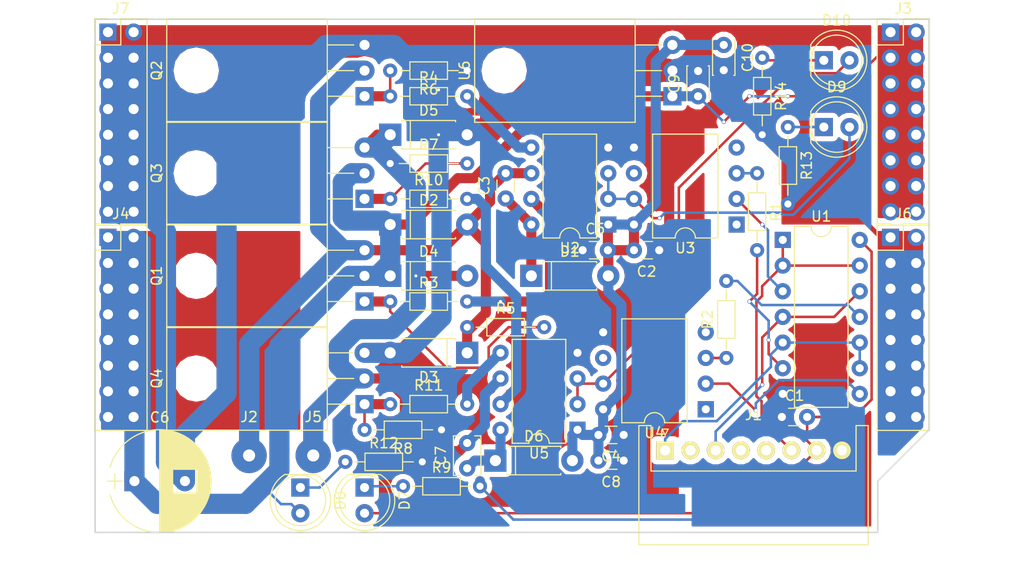
<source format=kicad_pcb>
(kicad_pcb (version 4) (host pcbnew 4.0.7)
  (layers (0 F.Cu signal) (31 B.Cu signal) (34 B.Paste user) (35 F.Paste user) (36 B.SilkS user) (37 F.SilkS user) (38 B.Mask user) (39 F.Mask user) (44 Edge.Cuts user))
  (net 0 "")
  (net 1 GND)
  (net 2 +5V)
  (net 3 GNDPWR)
  (net 4 +12V)
  (net 5 "Net-(C3-Pad1)")
  (net 6 "Net-(C3-Pad2)")
  (net 7 "Net-(C7-Pad1)")
  (net 8 "Net-(C7-Pad2)")
  (net 9 "Net-(D7-Pad1)")
  (net 10 "Net-(D8-Pad1)")
  (net 11 "Net-(D9-Pad1)")
  (net 12 OUTA)
  (net 13 "Net-(D10-Pad1)")
  (net 14 OUTB)
  (net 15 INA)
  (net 16 "Net-(J1-Pad2)")
  (net 17 PWM)
  (net 18 "Net-(J1-Pad4)")
  (net 19 "Net-(J1-Pad5)")
  (net 20 INB)
  (net 21 "Net-(Q1-Pad1)")
  (net 22 "Net-(Q2-Pad1)")
  (net 23 "Net-(Q3-Pad1)")
  (net 24 "Net-(Q4-Pad1)")
  (net 25 "Net-(R1-Pad1)")
  (net 26 "Net-(R1-Pad2)")
  (net 27 "Net-(R2-Pad1)")
  (net 28 "Net-(R2-Pad2)")
  (net 29 "Net-(R3-Pad2)")
  (net 30 "Net-(R4-Pad2)")
  (net 31 "Net-(R10-Pad2)")
  (net 32 "Net-(R11-Pad2)")
  (net 33 "Net-(U1-Pad8)")
  (net 34 "Net-(U1-Pad3)")
  (net 35 +24V)
  (module Housings_DIP:DIP-8_W7.62mm (layer F.Cu) (at 111.252 116.84 180)
    (fp_text reference U5 (at 3.81 -2.33 180) (layer F.SilkS))
    (fp_text value IRS2108)
    (pad 1 thru_hole rect (at 0 0 180) (size 1.6 1.6) (drill 0.8) (layers *.Cu *.Mask) (net 4 +12V))
    (pad 5 thru_hole oval (at 7.62 7.62 180) (size 1.6 1.6) (drill 0.8) (layers *.Cu *.Mask) (net 32 "Net-(R11-Pad2)"))
    (pad 2 thru_hole oval (at 0 2.54 180) (size 1.6 1.6) (drill 0.8) (layers *.Cu *.Mask) (net 14 OUTB))
    (pad 6 thru_hole oval (at 7.62 5.08 180) (size 1.6 1.6) (drill 0.8) (layers *.Cu *.Mask) (net 8 "Net-(C7-Pad2)"))
    (pad 3 thru_hole oval (at 0 5.08 180) (size 1.6 1.6) (drill 0.8) (layers *.Cu *.Mask) (net 14 OUTB))
    (pad 7 thru_hole oval (at 7.62 2.54 180) (size 1.6 1.6) (drill 0.8) (layers *.Cu *.Mask) (net 31 "Net-(R10-Pad2)"))
    (pad 4 thru_hole oval (at 0 7.62 180) (size 1.6 1.6) (drill 0.8) (layers *.Cu *.Mask) (net 3 GNDPWR))
    (pad 8 thru_hole oval (at 7.62 0 180) (size 1.6 1.6) (drill 0.8) (layers *.Cu *.Mask) (net 7 "Net-(C7-Pad1)"))
  )
  (module Capacitors_THT:CP_Radial_D10.0mm_P5.00mm (layer F.Cu) (at 67.39 121.92)
    (fp_text reference C6 (at 2.5 -6.31) (layer F.SilkS))
    (fp_text value PowerCP)
    (pad 1 thru_hole rect (at 0 0) (size 2 2) (drill 1) (layers *.Cu *.Mask) (net 35 +24V))
    (pad 2 thru_hole circle (at 5 0) (size 2 2) (drill 1) (layers *.Cu *.Mask) (net 3 GNDPWR))
  )
  (module TO_SOT_Packages_THT:TO-220-3_Horizontal (layer F.Cu) (at 90.17 83.82 90)
    (fp_text reference Q2 (at 2.54 -20.58 90) (layer F.SilkS))
    (fp_text value FET_A_DOWN)
    (pad 0 np_thru_hole oval (at 2.54 -16.66 90) (size 3.5 3.5) (drill 3.5) (layers *.Cu *.Mask))
    (pad 1 thru_hole rect (at 0 0 90) (size 1.8 1.8) (drill 1) (layers *.Cu *.Mask) (net 22 "Net-(Q2-Pad1)"))
    (pad 2 thru_hole oval (at 2.54 0 90) (size 1.8 1.8) (drill 1) (layers *.Cu *.Mask) (net 6 "Net-(C3-Pad2)"))
    (pad 3 thru_hole oval (at 5.08 0 90) (size 1.8 1.8) (drill 1) (layers *.Cu *.Mask) (net 3 GNDPWR))
  )
  (module Capacitors_THT:C_Disc_D3.0mm_W1.6mm_P2.50mm (layer F.Cu) (at 131.485 115.57)
    (fp_text reference C1 (at 1.25 -2.11) (layer F.SilkS))
    (fp_text value passC)
    (pad 1 thru_hole circle (at 0 0) (size 1.6 1.6) (drill 0.8) (layers *.Cu *.Mask) (net 1 GND))
    (pad 2 thru_hole circle (at 2.5 0) (size 1.6 1.6) (drill 0.8) (layers *.Cu *.Mask) (net 2 +5V))
  )
  (module Capacitors_THT:C_Disc_D3.0mm_W1.6mm_P2.50mm (layer F.Cu) (at 119.34 99.06 180)
    (fp_text reference C2 (at 1.25 -2.11 180) (layer F.SilkS))
    (fp_text value passC)
    (pad 1 thru_hole circle (at 0 0 180) (size 1.6 1.6) (drill 0.8) (layers *.Cu *.Mask) (net 3 GNDPWR))
    (pad 2 thru_hole circle (at 2.5 0 180) (size 1.6 1.6) (drill 0.8) (layers *.Cu *.Mask) (net 4 +12V))
  )
  (module Capacitors_THT:C_Disc_D3.0mm_W1.6mm_P2.50mm (layer F.Cu) (at 104.14 93.94 90)
    (fp_text reference C3 (at 1.25 -2.11 90) (layer F.SilkS))
    (fp_text value bootC)
    (pad 1 thru_hole circle (at 0 0 90) (size 1.6 1.6) (drill 0.8) (layers *.Cu *.Mask) (net 5 "Net-(C3-Pad1)"))
    (pad 2 thru_hole circle (at 2.5 0 90) (size 1.6 1.6) (drill 0.8) (layers *.Cu *.Mask) (net 6 "Net-(C3-Pad2)"))
  )
  (module Capacitors_THT:C_Disc_D3.0mm_W1.6mm_P2.50mm (layer F.Cu) (at 115.824 117.348 180)
    (fp_text reference C4 (at 1.25 -2.11 180) (layer F.SilkS))
    (fp_text value passC)
    (pad 1 thru_hole circle (at 0 0 180) (size 1.6 1.6) (drill 0.8) (layers *.Cu *.Mask) (net 3 GNDPWR))
    (pad 2 thru_hole circle (at 2.5 0 180) (size 1.6 1.6) (drill 0.8) (layers *.Cu *.Mask) (net 4 +12V))
  )
  (module Capacitors_THT:C_Disc_D3.0mm_W1.6mm_P2.50mm (layer F.Cu) (at 111.76 99.06)
    (fp_text reference C5 (at 1.25 -2.11) (layer F.SilkS))
    (fp_text value passC)
    (pad 1 thru_hole circle (at 0 0) (size 1.6 1.6) (drill 0.8) (layers *.Cu *.Mask) (net 3 GNDPWR))
    (pad 2 thru_hole circle (at 2.5 0) (size 1.6 1.6) (drill 0.8) (layers *.Cu *.Mask) (net 4 +12V))
  )
  (module Capacitors_THT:C_Disc_D3.8mm_W2.6mm_P2.50mm (layer F.Cu) (at 100.33 120.65 90)
    (fp_text reference C7 (at 1.25 -2.61 90) (layer F.SilkS))
    (fp_text value bootC)
    (pad 1 thru_hole circle (at 0 0 90) (size 1.6 1.6) (drill 0.8) (layers *.Cu *.Mask) (net 7 "Net-(C7-Pad1)"))
    (pad 2 thru_hole circle (at 2.5 0 90) (size 1.6 1.6) (drill 0.8) (layers *.Cu *.Mask) (net 8 "Net-(C7-Pad2)"))
  )
  (module Capacitors_THT:C_Disc_D3.0mm_W1.6mm_P2.50mm (layer F.Cu) (at 115.824 119.888 180)
    (fp_text reference C8 (at 1.25 -2.11 180) (layer F.SilkS))
    (fp_text value passC)
    (pad 1 thru_hole circle (at 0 0 180) (size 1.6 1.6) (drill 0.8) (layers *.Cu *.Mask) (net 3 GNDPWR))
    (pad 2 thru_hole circle (at 2.5 0 180) (size 1.6 1.6) (drill 0.8) (layers *.Cu *.Mask) (net 4 +12V))
  )
  (module Capacitors_THT:C_Disc_D3.4mm_W2.1mm_P2.50mm (layer F.Cu) (at 123.19 83.82 90)
    (fp_text reference C9 (at 1.25 -2.36 90) (layer F.SilkS))
    (fp_text value reglinC)
    (pad 1 thru_hole circle (at 0 0 90) (size 1.6 1.6) (drill 0.8) (layers *.Cu *.Mask) (net 35 +24V))
    (pad 2 thru_hole circle (at 2.5 0 90) (size 1.6 1.6) (drill 0.8) (layers *.Cu *.Mask) (net 3 GNDPWR))
  )
  (module Capacitors_THT:C_Disc_D3.4mm_W2.1mm_P2.50mm (layer F.Cu) (at 125.73 78.74 270)
    (fp_text reference C10 (at 1.25 -2.36 270) (layer F.SilkS))
    (fp_text value relgoutC)
    (pad 1 thru_hole circle (at 0 0 270) (size 1.6 1.6) (drill 0.8) (layers *.Cu *.Mask) (net 4 +12V))
    (pad 2 thru_hole circle (at 2.5 0 270) (size 1.6 1.6) (drill 0.8) (layers *.Cu *.Mask) (net 3 GNDPWR))
  )
  (module Diodes_THT:D_DO-41_SOD81_P7.62mm_Horizontal (layer F.Cu) (at 106.68 101.6)
    (fp_text reference D1 (at 3.81 -2.41) (layer F.SilkS))
    (fp_text value bootD)
    (pad 1 thru_hole rect (at 0 0) (size 2.2 2.2) (drill 1.1) (layers *.Cu *.Mask) (net 5 "Net-(C3-Pad1)"))
    (pad 2 thru_hole oval (at 7.62 0) (size 2.2 2.2) (drill 1.1) (layers *.Cu *.Mask) (net 4 +12V))
  )
  (module Diodes_THT:D_DO-41_SOD81_P7.62mm_Horizontal (layer F.Cu) (at 92.71 96.52)
    (fp_text reference D2 (at 3.81 -2.41) (layer F.SilkS))
    (fp_text value RevD)
    (pad 1 thru_hole rect (at 0 0) (size 2.2 2.2) (drill 1.1) (layers *.Cu *.Mask) (net 35 +24V))
    (pad 2 thru_hole oval (at 7.62 0) (size 2.2 2.2) (drill 1.1) (layers *.Cu *.Mask) (net 6 "Net-(C3-Pad2)"))
  )
  (module Diodes_THT:D_DO-41_SOD81_P7.62mm_Horizontal (layer F.Cu) (at 100.33 109.22 180)
    (fp_text reference D3 (at 3.81 -2.41 180) (layer F.SilkS))
    (fp_text value RevD)
    (pad 1 thru_hole rect (at 0 0 180) (size 2.2 2.2) (drill 1.1) (layers *.Cu *.Mask) (net 6 "Net-(C3-Pad2)"))
    (pad 2 thru_hole oval (at 7.62 0 180) (size 2.2 2.2) (drill 1.1) (layers *.Cu *.Mask) (net 3 GNDPWR))
  )
  (module Diodes_THT:D_DO-41_SOD81_P7.62mm_Horizontal (layer F.Cu) (at 92.71 101.6)
    (fp_text reference D4 (at 3.81 -2.41) (layer F.SilkS))
    (fp_text value RevD)
    (pad 1 thru_hole rect (at 0 0) (size 2.2 2.2) (drill 1.1) (layers *.Cu *.Mask) (net 35 +24V))
    (pad 2 thru_hole oval (at 7.62 0) (size 2.2 2.2) (drill 1.1) (layers *.Cu *.Mask) (net 8 "Net-(C7-Pad2)"))
  )
  (module Diodes_THT:D_DO-41_SOD81_P7.62mm_Horizontal (layer F.Cu) (at 92.71 87.63)
    (fp_text reference D5 (at 3.81 -2.41) (layer F.SilkS))
    (fp_text value RevD)
    (pad 1 thru_hole rect (at 0 0) (size 2.2 2.2) (drill 1.1) (layers *.Cu *.Mask) (net 8 "Net-(C7-Pad2)"))
    (pad 2 thru_hole oval (at 7.62 0) (size 2.2 2.2) (drill 1.1) (layers *.Cu *.Mask) (net 3 GNDPWR))
  )
  (module Diodes_THT:D_DO-41_SOD81_P7.62mm_Horizontal (layer F.Cu) (at 103.124 119.888)
    (fp_text reference D6 (at 3.81 -2.41) (layer F.SilkS))
    (fp_text value bootD)
    (pad 1 thru_hole rect (at 0 0) (size 2.2 2.2) (drill 1.1) (layers *.Cu *.Mask) (net 7 "Net-(C7-Pad1)"))
    (pad 2 thru_hole oval (at 7.62 0) (size 2.2 2.2) (drill 1.1) (layers *.Cu *.Mask) (net 4 +12V))
  )
  (module LEDs:LED_D5.0mm (layer F.Cu) (at 90.17 122.555 270)
    (fp_text reference D7 (at 1.27 -3.96 270) (layer F.SilkS))
    (fp_text value LED)
    (pad 1 thru_hole rect (at 0 0 270) (size 1.8 1.8) (drill 0.9) (layers *.Cu *.Mask) (net 9 "Net-(D7-Pad1)"))
    (pad 2 thru_hole circle (at 2.54 0 270) (size 1.8 1.8) (drill 0.9) (layers *.Cu *.Mask) (net 2 +5V))
  )
  (module LEDs:LED_D5.0mm (layer F.Cu) (at 83.82 122.555 270)
    (fp_text reference D8 (at 1.27 -3.96 270) (layer F.SilkS))
    (fp_text value LED)
    (pad 1 thru_hole rect (at 0 0 270) (size 1.8 1.8) (drill 0.9) (layers *.Cu *.Mask) (net 10 "Net-(D8-Pad1)"))
    (pad 2 thru_hole circle (at 2.54 0 270) (size 1.8 1.8) (drill 0.9) (layers *.Cu *.Mask) (net 35 +24V))
  )
  (module LEDs:LED_D5.0mm (layer F.Cu) (at 135.636 86.868)
    (fp_text reference D9 (at 1.27 -3.96) (layer F.SilkS))
    (fp_text value LED)
    (pad 1 thru_hole rect (at 0 0) (size 1.8 1.8) (drill 0.9) (layers *.Cu *.Mask) (net 11 "Net-(D9-Pad1)"))
    (pad 2 thru_hole circle (at 2.54 0) (size 1.8 1.8) (drill 0.9) (layers *.Cu *.Mask) (net 12 OUTA))
  )
  (module LEDs:LED_D5.0mm (layer F.Cu) (at 135.636 80.264)
    (fp_text reference D10 (at 1.27 -3.96) (layer F.SilkS))
    (fp_text value LED)
    (pad 1 thru_hole rect (at 0 0) (size 1.8 1.8) (drill 0.9) (layers *.Cu *.Mask) (net 13 "Net-(D10-Pad1)"))
    (pad 2 thru_hole circle (at 2.54 0) (size 1.8 1.8) (drill 0.9) (layers *.Cu *.Mask) (net 14 OUTB))
  )
  (module Connectors_JST:JST_XH_S08B-XH-A_08x2.50mm_Angled (layer F.Cu) (at 119.928 118.872)
    (fp_text reference J1 (at 8.75 -3.5) (layer F.SilkS))
    (fp_text value Conn_01x08_Female)
    (pad 1 thru_hole rect (at 0 0) (size 1.75 1.75) (drill 1) (layers *.Cu *.Mask F.SilkS) (net 15 INA))
    (pad 2 thru_hole circle (at 2.5 0) (size 1.75 1.75) (drill 1) (layers *.Cu *.Mask F.SilkS) (net 16 "Net-(J1-Pad2)"))
    (pad 3 thru_hole circle (at 5 0) (size 1.75 1.75) (drill 1) (layers *.Cu *.Mask F.SilkS) (net 17 PWM))
    (pad 4 thru_hole circle (at 7.5 0) (size 1.75 1.75) (drill 1) (layers *.Cu *.Mask F.SilkS) (net 18 "Net-(J1-Pad4)"))
    (pad 5 thru_hole circle (at 10 0) (size 1.75 1.75) (drill 1) (layers *.Cu *.Mask F.SilkS) (net 19 "Net-(J1-Pad5)"))
    (pad 6 thru_hole circle (at 12.5 0) (size 1.75 1.75) (drill 1) (layers *.Cu *.Mask F.SilkS) (net 20 INB))
    (pad 7 thru_hole circle (at 15 0) (size 1.75 1.75) (drill 1) (layers *.Cu *.Mask F.SilkS) (net 2 +5V))
    (pad 8 thru_hole circle (at 17.5 0) (size 1.75 1.75) (drill 1) (layers *.Cu *.Mask F.SilkS) (net 1 GND))
  )
  (module Wire_Pads:SolderWirePad_single_1-2mmDrill (layer F.Cu) (at 78.74 119.38)
    (fp_text reference J2 (at 0 -3.81) (layer F.SilkS))
    (fp_text value Conn_01x01)
    (pad 1 thru_hole circle (at 0 0) (size 3.50012 3.50012) (drill 1.19888) (layers *.Cu *.Mask) (net 6 "Net-(C3-Pad2)"))
  )
  (module Pin_Headers:Pin_Header_Straight_2x08_Pitch2.54mm (layer F.Cu) (at 142.24 77.47)
    (fp_text reference J3 (at 1.27 -2.33) (layer F.SilkS))
    (fp_text value Conn_02x08_Counter_Clockwise)
    (pad 1 thru_hole rect (at 0 0) (size 1.7 1.7) (drill 1) (layers *.Cu *.Mask) (net 35 +24V))
    (pad 2 thru_hole oval (at 2.54 0) (size 1.7 1.7) (drill 1) (layers *.Cu *.Mask) (net 35 +24V))
    (pad 3 thru_hole oval (at 0 2.54) (size 1.7 1.7) (drill 1) (layers *.Cu *.Mask) (net 35 +24V))
    (pad 4 thru_hole oval (at 2.54 2.54) (size 1.7 1.7) (drill 1) (layers *.Cu *.Mask) (net 35 +24V))
    (pad 5 thru_hole oval (at 0 5.08) (size 1.7 1.7) (drill 1) (layers *.Cu *.Mask) (net 35 +24V))
    (pad 6 thru_hole oval (at 2.54 5.08) (size 1.7 1.7) (drill 1) (layers *.Cu *.Mask) (net 35 +24V))
    (pad 7 thru_hole oval (at 0 7.62) (size 1.7 1.7) (drill 1) (layers *.Cu *.Mask) (net 35 +24V))
    (pad 8 thru_hole oval (at 2.54 7.62) (size 1.7 1.7) (drill 1) (layers *.Cu *.Mask) (net 35 +24V))
    (pad 9 thru_hole oval (at 0 10.16) (size 1.7 1.7) (drill 1) (layers *.Cu *.Mask) (net 35 +24V))
    (pad 10 thru_hole oval (at 2.54 10.16) (size 1.7 1.7) (drill 1) (layers *.Cu *.Mask) (net 35 +24V))
    (pad 11 thru_hole oval (at 0 12.7) (size 1.7 1.7) (drill 1) (layers *.Cu *.Mask) (net 35 +24V))
    (pad 12 thru_hole oval (at 2.54 12.7) (size 1.7 1.7) (drill 1) (layers *.Cu *.Mask) (net 35 +24V))
    (pad 13 thru_hole oval (at 0 15.24) (size 1.7 1.7) (drill 1) (layers *.Cu *.Mask) (net 35 +24V))
    (pad 14 thru_hole oval (at 2.54 15.24) (size 1.7 1.7) (drill 1) (layers *.Cu *.Mask) (net 35 +24V))
    (pad 15 thru_hole oval (at 0 17.78) (size 1.7 1.7) (drill 1) (layers *.Cu *.Mask) (net 35 +24V))
    (pad 16 thru_hole oval (at 2.54 17.78) (size 1.7 1.7) (drill 1) (layers *.Cu *.Mask) (net 35 +24V))
  )
  (module Pin_Headers:Pin_Header_Straight_2x08_Pitch2.54mm (layer F.Cu) (at 64.77 97.79)
    (fp_text reference J4 (at 1.27 -2.33) (layer F.SilkS))
    (fp_text value Conn_02x08_Counter_Clockwise)
    (pad 1 thru_hole rect (at 0 0) (size 1.7 1.7) (drill 1) (layers *.Cu *.Mask) (net 35 +24V))
    (pad 2 thru_hole oval (at 2.54 0) (size 1.7 1.7) (drill 1) (layers *.Cu *.Mask) (net 35 +24V))
    (pad 3 thru_hole oval (at 0 2.54) (size 1.7 1.7) (drill 1) (layers *.Cu *.Mask) (net 35 +24V))
    (pad 4 thru_hole oval (at 2.54 2.54) (size 1.7 1.7) (drill 1) (layers *.Cu *.Mask) (net 35 +24V))
    (pad 5 thru_hole oval (at 0 5.08) (size 1.7 1.7) (drill 1) (layers *.Cu *.Mask) (net 35 +24V))
    (pad 6 thru_hole oval (at 2.54 5.08) (size 1.7 1.7) (drill 1) (layers *.Cu *.Mask) (net 35 +24V))
    (pad 7 thru_hole oval (at 0 7.62) (size 1.7 1.7) (drill 1) (layers *.Cu *.Mask) (net 35 +24V))
    (pad 8 thru_hole oval (at 2.54 7.62) (size 1.7 1.7) (drill 1) (layers *.Cu *.Mask) (net 35 +24V))
    (pad 9 thru_hole oval (at 0 10.16) (size 1.7 1.7) (drill 1) (layers *.Cu *.Mask) (net 35 +24V))
    (pad 10 thru_hole oval (at 2.54 10.16) (size 1.7 1.7) (drill 1) (layers *.Cu *.Mask) (net 35 +24V))
    (pad 11 thru_hole oval (at 0 12.7) (size 1.7 1.7) (drill 1) (layers *.Cu *.Mask) (net 35 +24V))
    (pad 12 thru_hole oval (at 2.54 12.7) (size 1.7 1.7) (drill 1) (layers *.Cu *.Mask) (net 35 +24V))
    (pad 13 thru_hole oval (at 0 15.24) (size 1.7 1.7) (drill 1) (layers *.Cu *.Mask) (net 35 +24V))
    (pad 14 thru_hole oval (at 2.54 15.24) (size 1.7 1.7) (drill 1) (layers *.Cu *.Mask) (net 35 +24V))
    (pad 15 thru_hole oval (at 0 17.78) (size 1.7 1.7) (drill 1) (layers *.Cu *.Mask) (net 35 +24V))
    (pad 16 thru_hole oval (at 2.54 17.78) (size 1.7 1.7) (drill 1) (layers *.Cu *.Mask) (net 35 +24V))
  )
  (module Wire_Pads:SolderWirePad_single_1-2mmDrill (layer F.Cu) (at 85.09 119.38)
    (fp_text reference J5 (at 0 -3.81) (layer F.SilkS))
    (fp_text value Conn_01x01)
    (pad 1 thru_hole circle (at 0 0) (size 3.50012 3.50012) (drill 1.19888) (layers *.Cu *.Mask) (net 8 "Net-(C7-Pad2)"))
  )
  (module Pin_Headers:Pin_Header_Straight_2x08_Pitch2.54mm (layer F.Cu) (at 142.24 97.79)
    (fp_text reference J6 (at 1.27 -2.33) (layer F.SilkS))
    (fp_text value Conn_02x08_Counter_Clockwise)
    (pad 1 thru_hole rect (at 0 0) (size 1.7 1.7) (drill 1) (layers *.Cu *.Mask) (net 3 GNDPWR))
    (pad 2 thru_hole oval (at 2.54 0) (size 1.7 1.7) (drill 1) (layers *.Cu *.Mask) (net 3 GNDPWR))
    (pad 3 thru_hole oval (at 0 2.54) (size 1.7 1.7) (drill 1) (layers *.Cu *.Mask) (net 3 GNDPWR))
    (pad 4 thru_hole oval (at 2.54 2.54) (size 1.7 1.7) (drill 1) (layers *.Cu *.Mask) (net 3 GNDPWR))
    (pad 5 thru_hole oval (at 0 5.08) (size 1.7 1.7) (drill 1) (layers *.Cu *.Mask) (net 3 GNDPWR))
    (pad 6 thru_hole oval (at 2.54 5.08) (size 1.7 1.7) (drill 1) (layers *.Cu *.Mask) (net 3 GNDPWR))
    (pad 7 thru_hole oval (at 0 7.62) (size 1.7 1.7) (drill 1) (layers *.Cu *.Mask) (net 3 GNDPWR))
    (pad 8 thru_hole oval (at 2.54 7.62) (size 1.7 1.7) (drill 1) (layers *.Cu *.Mask) (net 3 GNDPWR))
    (pad 9 thru_hole oval (at 0 10.16) (size 1.7 1.7) (drill 1) (layers *.Cu *.Mask) (net 3 GNDPWR))
    (pad 10 thru_hole oval (at 2.54 10.16) (size 1.7 1.7) (drill 1) (layers *.Cu *.Mask) (net 3 GNDPWR))
    (pad 11 thru_hole oval (at 0 12.7) (size 1.7 1.7) (drill 1) (layers *.Cu *.Mask) (net 3 GNDPWR))
    (pad 12 thru_hole oval (at 2.54 12.7) (size 1.7 1.7) (drill 1) (layers *.Cu *.Mask) (net 3 GNDPWR))
    (pad 13 thru_hole oval (at 0 15.24) (size 1.7 1.7) (drill 1) (layers *.Cu *.Mask) (net 3 GNDPWR))
    (pad 14 thru_hole oval (at 2.54 15.24) (size 1.7 1.7) (drill 1) (layers *.Cu *.Mask) (net 3 GNDPWR))
    (pad 15 thru_hole oval (at 0 17.78) (size 1.7 1.7) (drill 1) (layers *.Cu *.Mask) (net 3 GNDPWR))
    (pad 16 thru_hole oval (at 2.54 17.78) (size 1.7 1.7) (drill 1) (layers *.Cu *.Mask) (net 3 GNDPWR))
  )
  (module Pin_Headers:Pin_Header_Straight_2x08_Pitch2.54mm (layer F.Cu) (at 64.77 77.47)
    (fp_text reference J7 (at 1.27 -2.33) (layer F.SilkS))
    (fp_text value Conn_02x08_Counter_Clockwise)
    (pad 1 thru_hole rect (at 0 0) (size 1.7 1.7) (drill 1) (layers *.Cu *.Mask) (net 3 GNDPWR))
    (pad 2 thru_hole oval (at 2.54 0) (size 1.7 1.7) (drill 1) (layers *.Cu *.Mask) (net 3 GNDPWR))
    (pad 3 thru_hole oval (at 0 2.54) (size 1.7 1.7) (drill 1) (layers *.Cu *.Mask) (net 3 GNDPWR))
    (pad 4 thru_hole oval (at 2.54 2.54) (size 1.7 1.7) (drill 1) (layers *.Cu *.Mask) (net 3 GNDPWR))
    (pad 5 thru_hole oval (at 0 5.08) (size 1.7 1.7) (drill 1) (layers *.Cu *.Mask) (net 3 GNDPWR))
    (pad 6 thru_hole oval (at 2.54 5.08) (size 1.7 1.7) (drill 1) (layers *.Cu *.Mask) (net 3 GNDPWR))
    (pad 7 thru_hole oval (at 0 7.62) (size 1.7 1.7) (drill 1) (layers *.Cu *.Mask) (net 3 GNDPWR))
    (pad 8 thru_hole oval (at 2.54 7.62) (size 1.7 1.7) (drill 1) (layers *.Cu *.Mask) (net 3 GNDPWR))
    (pad 9 thru_hole oval (at 0 10.16) (size 1.7 1.7) (drill 1) (layers *.Cu *.Mask) (net 3 GNDPWR))
    (pad 10 thru_hole oval (at 2.54 10.16) (size 1.7 1.7) (drill 1) (layers *.Cu *.Mask) (net 3 GNDPWR))
    (pad 11 thru_hole oval (at 0 12.7) (size 1.7 1.7) (drill 1) (layers *.Cu *.Mask) (net 3 GNDPWR))
    (pad 12 thru_hole oval (at 2.54 12.7) (size 1.7 1.7) (drill 1) (layers *.Cu *.Mask) (net 3 GNDPWR))
    (pad 13 thru_hole oval (at 0 15.24) (size 1.7 1.7) (drill 1) (layers *.Cu *.Mask) (net 3 GNDPWR))
    (pad 14 thru_hole oval (at 2.54 15.24) (size 1.7 1.7) (drill 1) (layers *.Cu *.Mask) (net 3 GNDPWR))
    (pad 15 thru_hole oval (at 0 17.78) (size 1.7 1.7) (drill 1) (layers *.Cu *.Mask) (net 3 GNDPWR))
    (pad 16 thru_hole oval (at 2.54 17.78) (size 1.7 1.7) (drill 1) (layers *.Cu *.Mask) (net 3 GNDPWR))
  )
  (module TO_SOT_Packages_THT:TO-220-3_Horizontal (layer F.Cu) (at 90.17 104.14 90)
    (fp_text reference Q1 (at 2.54 -20.58 90) (layer F.SilkS))
    (fp_text value FET_A_UP)
    (pad 0 np_thru_hole oval (at 2.54 -16.66 90) (size 3.5 3.5) (drill 3.5) (layers *.Cu *.Mask))
    (pad 1 thru_hole rect (at 0 0 90) (size 1.8 1.8) (drill 1) (layers *.Cu *.Mask) (net 21 "Net-(Q1-Pad1)"))
    (pad 2 thru_hole oval (at 2.54 0 90) (size 1.8 1.8) (drill 1) (layers *.Cu *.Mask) (net 35 +24V))
    (pad 3 thru_hole oval (at 5.08 0 90) (size 1.8 1.8) (drill 1) (layers *.Cu *.Mask) (net 6 "Net-(C3-Pad2)"))
  )
  (module TO_SOT_Packages_THT:TO-220-3_Horizontal (layer F.Cu) (at 90.17 93.98 90)
    (fp_text reference Q3 (at 2.54 -20.58 90) (layer F.SilkS))
    (fp_text value FET_B_UP)
    (pad 0 np_thru_hole oval (at 2.54 -16.66 90) (size 3.5 3.5) (drill 3.5) (layers *.Cu *.Mask))
    (pad 1 thru_hole rect (at 0 0 90) (size 1.8 1.8) (drill 1) (layers *.Cu *.Mask) (net 23 "Net-(Q3-Pad1)"))
    (pad 2 thru_hole oval (at 2.54 0 90) (size 1.8 1.8) (drill 1) (layers *.Cu *.Mask) (net 35 +24V))
    (pad 3 thru_hole oval (at 5.08 0 90) (size 1.8 1.8) (drill 1) (layers *.Cu *.Mask) (net 8 "Net-(C7-Pad2)"))
  )
  (module TO_SOT_Packages_THT:TO-220-3_Horizontal (layer F.Cu) (at 90.17 114.3 90)
    (fp_text reference Q4 (at 2.54 -20.58 90) (layer F.SilkS))
    (fp_text value FET_B_DOWN)
    (pad 0 np_thru_hole oval (at 2.54 -16.66 90) (size 3.5 3.5) (drill 3.5) (layers *.Cu *.Mask))
    (pad 1 thru_hole rect (at 0 0 90) (size 1.8 1.8) (drill 1) (layers *.Cu *.Mask) (net 24 "Net-(Q4-Pad1)"))
    (pad 2 thru_hole oval (at 2.54 0 90) (size 1.8 1.8) (drill 1) (layers *.Cu *.Mask) (net 8 "Net-(C7-Pad2)"))
    (pad 3 thru_hole oval (at 5.08 0 90) (size 1.8 1.8) (drill 1) (layers *.Cu *.Mask) (net 3 GNDPWR))
  )
  (module Resistors_THT:R_Axial_DIN0204_L3.6mm_D1.6mm_P7.62mm_Horizontal (layer F.Cu) (at 129.032 91.44 270)
    (fp_text reference R1 (at 3.81 -1.86 270) (layer F.SilkS))
    (fp_text value tlp-in-R)
    (pad 1 thru_hole circle (at 0 0 270) (size 1.4 1.4) (drill 0.7) (layers *.Cu *.Mask) (net 25 "Net-(R1-Pad1)"))
    (pad 2 thru_hole oval (at 7.62 0 270) (size 1.4 1.4) (drill 0.7) (layers *.Cu *.Mask) (net 26 "Net-(R1-Pad2)"))
  )
  (module Resistors_THT:R_Axial_DIN0204_L3.6mm_D1.6mm_P7.62mm_Horizontal (layer F.Cu) (at 125.984 109.728 90)
    (fp_text reference R2 (at 3.81 -1.86 90) (layer F.SilkS))
    (fp_text value tlp-in-R)
    (pad 1 thru_hole circle (at 0 0 90) (size 1.4 1.4) (drill 0.7) (layers *.Cu *.Mask) (net 27 "Net-(R2-Pad1)"))
    (pad 2 thru_hole oval (at 7.62 0 90) (size 1.4 1.4) (drill 0.7) (layers *.Cu *.Mask) (net 28 "Net-(R2-Pad2)"))
  )
  (module Resistors_THT:R_Axial_DIN0204_L3.6mm_D1.6mm_P7.62mm_Horizontal (layer F.Cu) (at 92.71 104.14)
    (fp_text reference R3 (at 3.81 -1.86) (layer F.SilkS))
    (fp_text value GateR)
    (pad 1 thru_hole circle (at 0 0) (size 1.4 1.4) (drill 0.7) (layers *.Cu *.Mask) (net 21 "Net-(Q1-Pad1)"))
    (pad 2 thru_hole oval (at 7.62 0) (size 1.4 1.4) (drill 0.7) (layers *.Cu *.Mask) (net 29 "Net-(R3-Pad2)"))
  )
  (module Resistors_THT:R_Axial_DIN0204_L3.6mm_D1.6mm_P7.62mm_Horizontal (layer F.Cu) (at 92.71 83.82)
    (fp_text reference R4 (at 3.81 -1.86) (layer F.SilkS))
    (fp_text value GateR)
    (pad 1 thru_hole circle (at 0 0) (size 1.4 1.4) (drill 0.7) (layers *.Cu *.Mask) (net 22 "Net-(Q2-Pad1)"))
    (pad 2 thru_hole oval (at 7.62 0) (size 1.4 1.4) (drill 0.7) (layers *.Cu *.Mask) (net 30 "Net-(R4-Pad2)"))
  )
  (module Resistors_THT:R_Axial_DIN0204_L3.6mm_D1.6mm_P7.62mm_Horizontal (layer F.Cu) (at 100.33 106.68)
    (fp_text reference R5 (at 3.81 -1.86) (layer F.SilkS))
    (fp_text value PullR)
    (pad 1 thru_hole circle (at 0 0) (size 1.4 1.4) (drill 0.7) (layers *.Cu *.Mask) (net 6 "Net-(C3-Pad2)"))
    (pad 2 thru_hole oval (at 7.62 0) (size 1.4 1.4) (drill 0.7) (layers *.Cu *.Mask) (net 21 "Net-(Q1-Pad1)"))
  )
  (module Resistors_THT:R_Axial_DIN0204_L3.6mm_D1.6mm_P7.62mm_Horizontal (layer F.Cu) (at 100.33 81.28 180)
    (fp_text reference R6 (at 3.81 -1.86 180) (layer F.SilkS))
    (fp_text value PullR)
    (pad 1 thru_hole circle (at 0 0 180) (size 1.4 1.4) (drill 0.7) (layers *.Cu *.Mask) (net 3 GNDPWR))
    (pad 2 thru_hole oval (at 7.62 0 180) (size 1.4 1.4) (drill 0.7) (layers *.Cu *.Mask) (net 22 "Net-(Q2-Pad1)"))
  )
  (module Resistors_THT:R_Axial_DIN0204_L3.6mm_D1.6mm_P7.62mm_Horizontal (layer F.Cu) (at 92.71 90.48)
    (fp_text reference R7 (at 3.81 -1.86) (layer F.SilkS))
    (fp_text value PullR)
    (pad 1 thru_hole circle (at 0 0) (size 1.4 1.4) (drill 0.7) (layers *.Cu *.Mask) (net 8 "Net-(C7-Pad2)"))
    (pad 2 thru_hole oval (at 7.62 0) (size 1.4 1.4) (drill 0.7) (layers *.Cu *.Mask) (net 23 "Net-(Q3-Pad1)"))
  )
  (module Resistors_THT:R_Axial_DIN0204_L3.6mm_D1.6mm_P7.62mm_Horizontal (layer F.Cu) (at 97.79 116.84 180)
    (fp_text reference R8 (at 3.81 -1.86 180) (layer F.SilkS))
    (fp_text value PullR)
    (pad 1 thru_hole circle (at 0 0 180) (size 1.4 1.4) (drill 0.7) (layers *.Cu *.Mask) (net 3 GNDPWR))
    (pad 2 thru_hole oval (at 7.62 0 180) (size 1.4 1.4) (drill 0.7) (layers *.Cu *.Mask) (net 24 "Net-(Q4-Pad1)"))
  )
  (module Resistors_THT:R_Axial_DIN0204_L3.6mm_D1.6mm_P7.62mm_Horizontal (layer F.Cu) (at 93.98 122.428)
    (fp_text reference R9 (at 3.81 -1.86) (layer F.SilkS))
    (fp_text value R)
    (pad 1 thru_hole circle (at 0 0) (size 1.4 1.4) (drill 0.7) (layers *.Cu *.Mask) (net 9 "Net-(D7-Pad1)"))
    (pad 2 thru_hole oval (at 7.62 0) (size 1.4 1.4) (drill 0.7) (layers *.Cu *.Mask) (net 1 GND))
  )
  (module Resistors_THT:R_Axial_DIN0204_L3.6mm_D1.6mm_P7.62mm_Horizontal (layer F.Cu) (at 92.71 93.98)
    (fp_text reference R10 (at 3.81 -1.86) (layer F.SilkS))
    (fp_text value GateR)
    (pad 1 thru_hole circle (at 0 0) (size 1.4 1.4) (drill 0.7) (layers *.Cu *.Mask) (net 23 "Net-(Q3-Pad1)"))
    (pad 2 thru_hole oval (at 7.62 0) (size 1.4 1.4) (drill 0.7) (layers *.Cu *.Mask) (net 31 "Net-(R10-Pad2)"))
  )
  (module Resistors_THT:R_Axial_DIN0204_L3.6mm_D1.6mm_P7.62mm_Horizontal (layer F.Cu) (at 92.71 114.3)
    (fp_text reference R11 (at 3.81 -1.86) (layer F.SilkS))
    (fp_text value GateR)
    (pad 1 thru_hole circle (at 0 0) (size 1.4 1.4) (drill 0.7) (layers *.Cu *.Mask) (net 24 "Net-(Q4-Pad1)"))
    (pad 2 thru_hole oval (at 7.62 0) (size 1.4 1.4) (drill 0.7) (layers *.Cu *.Mask) (net 32 "Net-(R11-Pad2)"))
  )
  (module Resistors_THT:R_Axial_DIN0204_L3.6mm_D1.6mm_P7.62mm_Horizontal (layer F.Cu) (at 88.265 120.015)
    (fp_text reference R12 (at 3.81 -1.86) (layer F.SilkS))
    (fp_text value R)
    (pad 1 thru_hole circle (at 0 0) (size 1.4 1.4) (drill 0.7) (layers *.Cu *.Mask) (net 10 "Net-(D8-Pad1)"))
    (pad 2 thru_hole oval (at 7.62 0) (size 1.4 1.4) (drill 0.7) (layers *.Cu *.Mask) (net 3 GNDPWR))
  )
  (module Resistors_THT:R_Axial_DIN0204_L3.6mm_D1.6mm_P7.62mm_Horizontal (layer F.Cu) (at 132.08 86.868 270)
    (fp_text reference R13 (at 3.81 -1.86 270) (layer F.SilkS))
    (fp_text value R)
    (pad 1 thru_hole circle (at 0 0 270) (size 1.4 1.4) (drill 0.7) (layers *.Cu *.Mask) (net 11 "Net-(D9-Pad1)"))
    (pad 2 thru_hole oval (at 7.62 0 270) (size 1.4 1.4) (drill 0.7) (layers *.Cu *.Mask) (net 3 GNDPWR))
  )
  (module Resistors_THT:R_Axial_DIN0204_L3.6mm_D1.6mm_P7.62mm_Horizontal (layer F.Cu) (at 129.54 80.01 270)
    (fp_text reference R14 (at 3.81 -1.86 270) (layer F.SilkS))
    (fp_text value R)
    (pad 1 thru_hole circle (at 0 0 270) (size 1.4 1.4) (drill 0.7) (layers *.Cu *.Mask) (net 13 "Net-(D10-Pad1)"))
    (pad 2 thru_hole oval (at 7.62 0 270) (size 1.4 1.4) (drill 0.7) (layers *.Cu *.Mask) (net 3 GNDPWR))
  )
  (module Housings_DIP:DIP-14_W7.62mm (layer F.Cu) (at 131.572 98.044)
    (fp_text reference U1 (at 3.81 -2.33) (layer F.SilkS))
    (fp_text value 7400)
    (pad 1 thru_hole rect (at 0 0) (size 1.6 1.6) (drill 0.8) (layers *.Cu *.Mask) (net 20 INB))
    (pad 8 thru_hole oval (at 7.62 15.24) (size 1.6 1.6) (drill 0.8) (layers *.Cu *.Mask) (net 33 "Net-(U1-Pad8)"))
    (pad 2 thru_hole oval (at 0 2.54) (size 1.6 1.6) (drill 0.8) (layers *.Cu *.Mask) (net 20 INB))
    (pad 9 thru_hole oval (at 7.62 12.7) (size 1.6 1.6) (drill 0.8) (layers *.Cu *.Mask) (net 15 INA))
    (pad 3 thru_hole oval (at 0 5.08) (size 1.6 1.6) (drill 0.8) (layers *.Cu *.Mask) (net 34 "Net-(U1-Pad3)"))
    (pad 10 thru_hole oval (at 7.62 10.16) (size 1.6 1.6) (drill 0.8) (layers *.Cu *.Mask) (net 15 INA))
    (pad 4 thru_hole oval (at 0 7.62) (size 1.6 1.6) (drill 0.8) (layers *.Cu *.Mask) (net 17 PWM))
    (pad 11 thru_hole oval (at 7.62 7.62) (size 1.6 1.6) (drill 0.8) (layers *.Cu *.Mask) (net 28 "Net-(R2-Pad2)"))
    (pad 5 thru_hole oval (at 0 10.16) (size 1.6 1.6) (drill 0.8) (layers *.Cu *.Mask) (net 15 INA))
    (pad 12 thru_hole oval (at 7.62 5.08) (size 1.6 1.6) (drill 0.8) (layers *.Cu *.Mask) (net 17 PWM))
    (pad 6 thru_hole oval (at 0 12.7) (size 1.6 1.6) (drill 0.8) (layers *.Cu *.Mask) (net 26 "Net-(R1-Pad2)"))
    (pad 13 thru_hole oval (at 7.62 2.54) (size 1.6 1.6) (drill 0.8) (layers *.Cu *.Mask) (net 20 INB))
    (pad 7 thru_hole oval (at 0 15.24) (size 1.6 1.6) (drill 0.8) (layers *.Cu *.Mask) (net 1 GND))
    (pad 14 thru_hole oval (at 7.62 0) (size 1.6 1.6) (drill 0.8) (layers *.Cu *.Mask) (net 2 +5V))
  )
  (module Housings_DIP:DIP-8_W7.62mm (layer F.Cu) (at 114.3 96.52 180)
    (fp_text reference U2 (at 3.81 -2.33 180) (layer F.SilkS))
    (fp_text value IRS2108)
    (pad 1 thru_hole rect (at 0 0 180) (size 1.6 1.6) (drill 0.8) (layers *.Cu *.Mask) (net 4 +12V))
    (pad 5 thru_hole oval (at 7.62 7.62 180) (size 1.6 1.6) (drill 0.8) (layers *.Cu *.Mask) (net 30 "Net-(R4-Pad2)"))
    (pad 2 thru_hole oval (at 0 2.54 180) (size 1.6 1.6) (drill 0.8) (layers *.Cu *.Mask) (net 12 OUTA))
    (pad 6 thru_hole oval (at 7.62 5.08 180) (size 1.6 1.6) (drill 0.8) (layers *.Cu *.Mask) (net 6 "Net-(C3-Pad2)"))
    (pad 3 thru_hole oval (at 0 5.08 180) (size 1.6 1.6) (drill 0.8) (layers *.Cu *.Mask) (net 12 OUTA))
    (pad 7 thru_hole oval (at 7.62 2.54 180) (size 1.6 1.6) (drill 0.8) (layers *.Cu *.Mask) (net 29 "Net-(R3-Pad2)"))
    (pad 4 thru_hole oval (at 0 7.62 180) (size 1.6 1.6) (drill 0.8) (layers *.Cu *.Mask) (net 3 GNDPWR))
    (pad 8 thru_hole oval (at 7.62 0 180) (size 1.6 1.6) (drill 0.8) (layers *.Cu *.Mask) (net 5 "Net-(C3-Pad1)"))
  )
  (module Housings_DIP:DIP-8_W10.16mm (layer F.Cu) (at 127 96.52 180)
    (fp_text reference U3 (at 5.08 -2.33 180) (layer F.SilkS))
    (fp_text value TLP2955)
    (pad 1 thru_hole rect (at 0 0 180) (size 1.6 1.6) (drill 0.8) (layers *.Cu *.Mask))
    (pad 5 thru_hole oval (at 10.16 7.62 180) (size 1.6 1.6) (drill 0.8) (layers *.Cu *.Mask) (net 3 GNDPWR))
    (pad 2 thru_hole oval (at 0 2.54 180) (size 1.6 1.6) (drill 0.8) (layers *.Cu *.Mask) (net 34 "Net-(U1-Pad3)"))
    (pad 6 thru_hole oval (at 10.16 5.08 180) (size 1.6 1.6) (drill 0.8) (layers *.Cu *.Mask))
    (pad 3 thru_hole oval (at 0 5.08 180) (size 1.6 1.6) (drill 0.8) (layers *.Cu *.Mask) (net 25 "Net-(R1-Pad1)"))
    (pad 7 thru_hole oval (at 10.16 2.54 180) (size 1.6 1.6) (drill 0.8) (layers *.Cu *.Mask) (net 12 OUTA))
    (pad 4 thru_hole oval (at 0 7.62 180) (size 1.6 1.6) (drill 0.8) (layers *.Cu *.Mask))
    (pad 8 thru_hole oval (at 10.16 0 180) (size 1.6 1.6) (drill 0.8) (layers *.Cu *.Mask) (net 4 +12V))
  )
  (module Housings_DIP:DIP-8_W10.16mm (layer F.Cu) (at 123.952 114.808 180)
    (fp_text reference U4 (at 5.08 -2.33 180) (layer F.SilkS))
    (fp_text value TLP2955)
    (pad 1 thru_hole rect (at 0 0 180) (size 1.6 1.6) (drill 0.8) (layers *.Cu *.Mask))
    (pad 5 thru_hole oval (at 10.16 7.62 180) (size 1.6 1.6) (drill 0.8) (layers *.Cu *.Mask) (net 3 GNDPWR))
    (pad 2 thru_hole oval (at 0 2.54 180) (size 1.6 1.6) (drill 0.8) (layers *.Cu *.Mask) (net 33 "Net-(U1-Pad8)"))
    (pad 6 thru_hole oval (at 10.16 5.08 180) (size 1.6 1.6) (drill 0.8) (layers *.Cu *.Mask))
    (pad 3 thru_hole oval (at 0 5.08 180) (size 1.6 1.6) (drill 0.8) (layers *.Cu *.Mask) (net 27 "Net-(R2-Pad1)"))
    (pad 7 thru_hole oval (at 10.16 2.54 180) (size 1.6 1.6) (drill 0.8) (layers *.Cu *.Mask) (net 14 OUTB))
    (pad 4 thru_hole oval (at 0 7.62 180) (size 1.6 1.6) (drill 0.8) (layers *.Cu *.Mask))
    (pad 8 thru_hole oval (at 10.16 0 180) (size 1.6 1.6) (drill 0.8) (layers *.Cu *.Mask) (net 4 +12V))
  )
  (module TO_SOT_Packages_THT:TO-220-3_Horizontal (layer F.Cu) (at 120.65 83.82 90)
    (fp_text reference U6 (at 2.54 -20.58 90) (layer F.SilkS))
    (fp_text value L7812)
    (pad 0 np_thru_hole oval (at 2.54 -16.66 90) (size 3.5 3.5) (drill 3.5) (layers *.Cu *.Mask))
    (pad 1 thru_hole rect (at 0 0 90) (size 1.8 1.8) (drill 1) (layers *.Cu *.Mask) (net 35 +24V))
    (pad 2 thru_hole oval (at 2.54 0 90) (size 1.8 1.8) (drill 1) (layers *.Cu *.Mask) (net 3 GNDPWR))
    (pad 3 thru_hole oval (at 5.08 0 90) (size 1.8 1.8) (drill 1) (layers *.Cu *.Mask) (net 4 +12V))
  )
  (gr_line (start 140.97 127) (end 63.5 127) (layer Edge.Cuts) (width 0.15))
  (gr_line (start 140.97 121.92) (end 140.97 127) (layer Edge.Cuts) (width 0.15))
  (gr_line (start 146.05 116.84) (end 140.97 121.92) (layer Edge.Cuts) (width 0.15))
  (gr_line (start 146.05 76.2) (end 146.05 116.84) (layer Edge.Cuts) (width 0.15))
  (gr_line (start 63.5 76.2) (end 146.05 76.2) (layer Edge.Cuts) (width 0.15))
  (gr_line (start 63.5 127) (end 63.5 76.2) (layer Edge.Cuts) (width 0.15))
  (segment (start 137.428 118.872) (end 130.57 125.73) (width 0.25) (layer B.Cu) (net 1))
  (segment (start 130.57 125.73) (end 104.902 125.73) (width 0.25) (layer B.Cu) (net 1))
  (segment (start 104.902 125.73) (end 102.299999 123.127999) (width 0.25) (layer B.Cu) (net 1))
  (segment (start 102.299999 123.127999) (end 101.6 122.428) (width 0.25) (layer B.Cu) (net 1))
  (segment (start 137.428 118.872) (end 136.177999 117.621999) (width 0.25) (layer B.Cu) (net 1))
  (segment (start 136.177999 117.621999) (end 133.536999 117.621999) (width 0.25) (layer B.Cu) (net 1))
  (segment (start 133.536999 117.621999) (end 132.284999 116.369999) (width 0.25) (layer B.Cu) (net 1))
  (segment (start 132.284999 116.369999) (end 131.485 115.57) (width 0.25) (layer B.Cu) (net 1))
  (segment (start 101.6 122.428) (end 101.6 121.92) (width 1) (layer B.Cu) (net 1))
  (segment (start 134.928 118.872) (end 128.705 125.095) (width 0.25) (layer F.Cu) (net 2))
  (segment (start 128.705 125.095) (end 90.17 125.095) (width 0.25) (layer F.Cu) (net 2))
  (segment (start 133.985 115.57) (end 133.985 117.929) (width 0.25) (layer F.Cu) (net 2))
  (segment (start 133.985 117.929) (end 134.928 118.872) (width 0.25) (layer F.Cu) (net 2))
  (segment (start 139.192 98.044) (end 140.367001 99.219001) (width 0.25) (layer F.Cu) (net 2))
  (segment (start 140.367001 99.219001) (end 140.367001 113.848001) (width 0.25) (layer F.Cu) (net 2))
  (segment (start 140.367001 113.848001) (end 138.645002 115.57) (width 0.25) (layer F.Cu) (net 2))
  (segment (start 138.645002 115.57) (end 135.11637 115.57) (width 0.25) (layer F.Cu) (net 2))
  (segment (start 135.11637 115.57) (end 133.985 115.57) (width 0.25) (layer F.Cu) (net 2))
  (segment (start 142.24 97.79) (end 141.14 97.79) (width 0.25) (layer F.Cu) (net 3))
  (segment (start 137.838 94.488) (end 133.069949 94.488) (width 0.25) (layer F.Cu) (net 3))
  (segment (start 141.14 97.79) (end 137.838 94.488) (width 0.25) (layer F.Cu) (net 3))
  (segment (start 133.069949 94.488) (end 132.08 94.488) (width 0.25) (layer F.Cu) (net 3))
  (segment (start 125.73 82.37137) (end 125.73 81.24) (width 0.25) (layer B.Cu) (net 3))
  (segment (start 129.54 87.63) (end 125.73 83.82) (width 0.25) (layer B.Cu) (net 3))
  (segment (start 125.73 83.82) (end 125.73 82.37137) (width 0.25) (layer B.Cu) (net 3))
  (segment (start 120.330002 92.390002) (end 118.11 90.17) (width 1) (layer F.Cu) (net 3))
  (segment (start 120.330002 98.069998) (end 120.330002 92.390002) (width 1) (layer F.Cu) (net 3))
  (segment (start 119.34 99.06) (end 120.330002 98.069998) (width 1) (layer F.Cu) (net 3))
  (segment (start 132.08 94.488) (end 132.08 90.17) (width 0.25) (layer B.Cu) (net 3))
  (segment (start 132.08 90.17) (end 129.54 87.63) (width 0.25) (layer B.Cu) (net 3))
  (segment (start 111.76 105.156) (end 111.76 99.06) (width 1) (layer B.Cu) (net 3))
  (segment (start 113.792 107.188) (end 111.76 105.156) (width 1) (layer B.Cu) (net 3))
  (segment (start 115.824 119.888) (end 113.973999 121.738001) (width 1) (layer B.Cu) (net 3))
  (segment (start 113.973999 121.738001) (end 109.855999 121.738001) (width 1) (layer B.Cu) (net 3))
  (segment (start 109.855999 121.738001) (end 108.893999 120.776001) (width 1) (layer B.Cu) (net 3))
  (segment (start 108.893999 120.776001) (end 108.893999 111.578001) (width 1) (layer B.Cu) (net 3))
  (segment (start 110.452001 110.019999) (end 111.252 109.22) (width 1) (layer B.Cu) (net 3))
  (segment (start 108.893999 111.578001) (end 110.452001 110.019999) (width 1) (layer B.Cu) (net 3))
  (segment (start 113.792 107.188) (end 113.284 107.188) (width 1) (layer B.Cu) (net 3))
  (segment (start 113.284 107.188) (end 111.252 109.22) (width 1) (layer B.Cu) (net 3))
  (segment (start 115.824 117.348) (end 115.824 119.888) (width 1) (layer B.Cu) (net 3))
  (segment (start 95.885 120.015) (end 97.79 118.11) (width 0.25) (layer B.Cu) (net 3))
  (segment (start 97.79 118.11) (end 97.79 116.84) (width 0.25) (layer B.Cu) (net 3))
  (segment (start 116.84 88.9) (end 118.11 90.17) (width 1) (layer F.Cu) (net 3))
  (segment (start 118.11 90.17) (end 118.390001 90.450001) (width 1) (layer F.Cu) (net 3))
  (segment (start 111.76 99.06) (end 111.76 104.14) (width 1) (layer F.Cu) (net 3))
  (segment (start 119.34 99.06) (end 119.34 100.19137) (width 1) (layer F.Cu) (net 3))
  (segment (start 119.34 100.19137) (end 115.39137 104.14) (width 1) (layer F.Cu) (net 3))
  (segment (start 115.39137 104.14) (end 111.76 104.14) (width 1) (layer F.Cu) (net 3))
  (segment (start 110.49 92.71) (end 110.49 97.79) (width 1) (layer F.Cu) (net 3))
  (segment (start 110.49 97.79) (end 111.76 99.06) (width 1) (layer F.Cu) (net 3))
  (segment (start 110.49 92.71) (end 114.3 88.9) (width 1) (layer F.Cu) (net 3))
  (segment (start 120.65 81.28) (end 107.690002 81.28) (width 1) (layer F.Cu) (net 3))
  (segment (start 107.690002 81.28) (end 102.440001 86.530001) (width 1) (layer F.Cu) (net 3))
  (segment (start 102.440001 86.530001) (end 101.429999 86.530001) (width 1) (layer F.Cu) (net 3))
  (segment (start 101.429999 86.530001) (end 100.33 87.63) (width 1) (layer F.Cu) (net 3))
  (segment (start 114.3 88.9) (end 120.404002 88.9) (width 1) (layer F.Cu) (net 3))
  (segment (start 120.404002 88.9) (end 125.73 83.574002) (width 1) (layer F.Cu) (net 3))
  (segment (start 125.73 83.574002) (end 125.73 82.37137) (width 1) (layer F.Cu) (net 3))
  (segment (start 125.73 82.37137) (end 125.73 81.24) (width 1) (layer F.Cu) (net 3))
  (segment (start 123.19 81.32) (end 125.65 81.32) (width 1) (layer B.Cu) (net 3))
  (segment (start 125.65 81.32) (end 125.73 81.24) (width 1) (layer B.Cu) (net 3))
  (segment (start 123.19 81.32) (end 120.69 81.32) (width 1) (layer B.Cu) (net 3))
  (segment (start 120.69 81.32) (end 120.65 81.28) (width 1) (layer B.Cu) (net 3))
  (segment (start 100.33 81.28) (end 98.425992 83.184008) (width 0.25) (layer F.Cu) (net 3))
  (segment (start 98.425992 83.184008) (end 97.50001 83.184008) (width 0.25) (layer F.Cu) (net 3))
  (segment (start 97.79 116.84) (end 97.79 114.3) (width 0.25) (layer F.Cu) (net 3))
  (segment (start 97.79 114.3) (end 92.71 109.22) (width 0.25) (layer F.Cu) (net 3))
  (via (at 97.50001 83.184008) (size 0.4) (drill 0.3) (layers F.Cu B.Cu) (net 3))
  (segment (start 97.50001 87.63) (end 97.50001 83.184008) (width 2) (layer B.Cu) (net 3))
  (segment (start 97.50001 83.184008) (end 93.056002 78.74) (width 2) (layer B.Cu) (net 3))
  (segment (start 93.056002 78.74) (end 91.442792 78.74) (width 2) (layer B.Cu) (net 3))
  (segment (start 91.442792 78.74) (end 90.17 78.74) (width 2) (layer B.Cu) (net 3))
  (segment (start 97.50001 87.63) (end 97.50001 94.036012) (width 2) (layer B.Cu) (net 3))
  (segment (start 100.33 87.63) (end 97.50001 87.63) (width 1) (layer F.Cu) (net 3))
  (via (at 97.50001 87.63) (size 0.4) (drill 0.3) (layers F.Cu B.Cu) (net 3))
  (segment (start 92.71 109.22) (end 90.17 109.22) (width 1) (layer F.Cu) (net 3))
  (segment (start 97.79 94.326002) (end 97.79 105.695634) (width 2) (layer B.Cu) (net 3))
  (segment (start 97.79 105.695634) (end 94.265634 109.22) (width 2) (layer B.Cu) (net 3))
  (segment (start 94.265634 109.22) (end 92.71 109.22) (width 2) (layer B.Cu) (net 3))
  (segment (start 97.50001 94.036012) (end 97.79 94.326002) (width 2) (layer B.Cu) (net 3))
  (segment (start 72.39 121.92) (end 72.39 117.320002) (width 2) (layer B.Cu) (net 3))
  (segment (start 86.36 78.74) (end 90.17 78.74) (width 2) (layer B.Cu) (net 3))
  (segment (start 72.39 117.320002) (end 76.510001 113.200001) (width 2) (layer B.Cu) (net 3))
  (segment (start 76.510001 113.200001) (end 76.510001 88.589999) (width 2) (layer B.Cu) (net 3))
  (segment (start 76.510001 88.589999) (end 86.36 78.74) (width 2) (layer B.Cu) (net 3))
  (segment (start 92.321998 109.22) (end 91.442792 109.22) (width 2) (layer B.Cu) (net 3))
  (segment (start 91.442792 109.22) (end 90.17 109.22) (width 2) (layer B.Cu) (net 3))
  (segment (start 72.39 121.92) (end 70.509999 120.039999) (width 2) (layer B.Cu) (net 3))
  (segment (start 70.509999 120.039999) (end 70.509999 97.247918) (width 2) (layer B.Cu) (net 3))
  (segment (start 70.509999 97.247918) (end 68.512081 95.25) (width 2) (layer B.Cu) (net 3))
  (segment (start 68.512081 95.25) (end 67.31 95.25) (width 2) (layer B.Cu) (net 3))
  (segment (start 115.596001 104.451635) (end 115.596001 113.003999) (width 1) (layer B.Cu) (net 4))
  (segment (start 115.596001 113.003999) (end 113.792 114.808) (width 1) (layer B.Cu) (net 4))
  (segment (start 113.792 114.808) (end 113.792 116.88) (width 1) (layer B.Cu) (net 4))
  (segment (start 113.792 116.88) (end 113.324 117.348) (width 1) (layer B.Cu) (net 4))
  (segment (start 113.324 117.348) (end 111.76 117.348) (width 1) (layer B.Cu) (net 4))
  (segment (start 111.76 117.348) (end 111.252 116.84) (width 1) (layer B.Cu) (net 4))
  (segment (start 113.324 119.888) (end 113.324 117.348) (width 1) (layer B.Cu) (net 4))
  (segment (start 110.744 119.888) (end 110.744 117.348) (width 1) (layer B.Cu) (net 4))
  (segment (start 110.744 117.348) (end 111.252 116.84) (width 1) (layer B.Cu) (net 4))
  (segment (start 115.596001 104.451635) (end 114.3 103.155634) (width 1) (layer B.Cu) (net 4))
  (segment (start 114.3 103.155634) (end 114.3 101.6) (width 1) (layer B.Cu) (net 4))
  (segment (start 118.999999 80.390001) (end 118.999999 94.360001) (width 1) (layer B.Cu) (net 4))
  (segment (start 118.999999 94.360001) (end 116.84 96.52) (width 1) (layer B.Cu) (net 4))
  (segment (start 116.84 99.06) (end 116.84 96.52) (width 1) (layer F.Cu) (net 4))
  (segment (start 116.84 99.06) (end 114.26 99.06) (width 1) (layer F.Cu) (net 4))
  (segment (start 114.3 101.6) (end 114.3 99.1) (width 1) (layer F.Cu) (net 4))
  (segment (start 114.3 99.1) (end 114.26 99.06) (width 1) (layer F.Cu) (net 4))
  (segment (start 114.26 99.06) (end 114.26 96.56) (width 1) (layer F.Cu) (net 4))
  (segment (start 114.26 96.56) (end 114.3 96.52) (width 1) (layer F.Cu) (net 4))
  (segment (start 116.84 96.52) (end 116.1 96.52) (width 1) (layer B.Cu) (net 4))
  (segment (start 120.65 78.74) (end 118.999999 80.390001) (width 1) (layer B.Cu) (net 4))
  (segment (start 116.1 96.52) (end 114.3 96.52) (width 1) (layer B.Cu) (net 4))
  (segment (start 125.73 78.74) (end 120.65 78.74) (width 1) (layer B.Cu) (net 4))
  (segment (start 106.68 101.6) (end 106.68 96.52) (width 1) (layer F.Cu) (net 5))
  (segment (start 104.14 93.94) (end 104.14 93.98) (width 1) (layer F.Cu) (net 5))
  (segment (start 104.14 93.98) (end 106.68 96.52) (width 1) (layer F.Cu) (net 5))
  (segment (start 100.33 96.52) (end 102.589999 94.260001) (width 1) (layer F.Cu) (net 6))
  (segment (start 102.589999 94.260001) (end 102.589999 92.990001) (width 1) (layer F.Cu) (net 6))
  (segment (start 102.589999 92.990001) (end 104.14 91.44) (width 1) (layer F.Cu) (net 6))
  (segment (start 104.14 91.44) (end 106.68 91.44) (width 1) (layer F.Cu) (net 6))
  (segment (start 100.33 106.68) (end 100.33 109.22) (width 0.25) (layer F.Cu) (net 6))
  (segment (start 100.33 107.12) (end 102.180001 105.269999) (width 1) (layer F.Cu) (net 6))
  (segment (start 102.180001 105.269999) (end 102.180001 98.370001) (width 1) (layer F.Cu) (net 6))
  (segment (start 102.180001 98.370001) (end 101.429999 97.619999) (width 1) (layer F.Cu) (net 6))
  (segment (start 101.429999 97.619999) (end 100.33 96.52) (width 1) (layer F.Cu) (net 6))
  (segment (start 100.33 109.22) (end 100.33 107.12) (width 1) (layer F.Cu) (net 6))
  (segment (start 100.33 96.52) (end 97.79 99.06) (width 1) (layer F.Cu) (net 6))
  (segment (start 97.79 99.06) (end 90.17 99.06) (width 1) (layer F.Cu) (net 6))
  (segment (start 78.760012 108.31799) (end 88.018002 99.06) (width 2) (layer B.Cu) (net 6))
  (segment (start 78.760012 116.88503) (end 78.760012 108.31799) (width 2) (layer B.Cu) (net 6))
  (segment (start 78.74 116.905042) (end 78.760012 116.88503) (width 2) (layer B.Cu) (net 6))
  (segment (start 78.74 119.38) (end 78.74 116.905042) (width 2) (layer B.Cu) (net 6))
  (segment (start 88.897208 99.06) (end 88.018002 99.06) (width 2) (layer B.Cu) (net 6))
  (segment (start 88.018002 99.06) (end 85.769988 96.811986) (width 2) (layer B.Cu) (net 6))
  (segment (start 85.769988 96.811986) (end 85.769988 84.40722) (width 2) (layer B.Cu) (net 6))
  (segment (start 85.769988 84.40722) (end 88.897208 81.28) (width 2) (layer B.Cu) (net 6))
  (segment (start 88.897208 81.28) (end 90.17 81.28) (width 2) (layer B.Cu) (net 6))
  (segment (start 88.897208 99.06) (end 90.17 99.06) (width 2) (layer B.Cu) (net 6))
  (segment (start 103.124 119.888) (end 101.092 119.888) (width 1) (layer B.Cu) (net 7))
  (segment (start 101.092 119.888) (end 100.33 120.65) (width 1) (layer B.Cu) (net 7))
  (segment (start 103.632 116.84) (end 103.632 119.38) (width 1) (layer B.Cu) (net 7))
  (segment (start 103.632 119.38) (end 103.124 119.888) (width 1) (layer B.Cu) (net 7))
  (segment (start 103.632 111.76) (end 102.081999 113.310001) (width 1) (layer B.Cu) (net 8))
  (segment (start 102.081999 113.310001) (end 102.081999 116.398001) (width 1) (layer B.Cu) (net 8))
  (segment (start 102.081999 116.398001) (end 101.129999 117.350001) (width 1) (layer B.Cu) (net 8))
  (segment (start 101.129999 117.350001) (end 100.33 118.15) (width 1) (layer B.Cu) (net 8))
  (segment (start 97.359999 118.949999) (end 94.160001 115.750001) (width 1) (layer F.Cu) (net 8))
  (segment (start 99.530001 118.949999) (end 97.359999 118.949999) (width 1) (layer F.Cu) (net 8))
  (segment (start 100.33 118.15) (end 99.530001 118.949999) (width 1) (layer F.Cu) (net 8))
  (segment (start 94.160001 115.750001) (end 94.160001 113.603999) (width 1) (layer F.Cu) (net 8))
  (segment (start 94.160001 113.603999) (end 92.316002 111.76) (width 1) (layer F.Cu) (net 8))
  (segment (start 92.316002 111.76) (end 91.442792 111.76) (width 1) (layer F.Cu) (net 8))
  (segment (start 91.442792 111.76) (end 90.17 111.76) (width 1) (layer F.Cu) (net 8))
  (segment (start 92.71 90.48) (end 92.71 87.63) (width 0.25) (layer F.Cu) (net 8))
  (segment (start 95.25 104.486002) (end 95.25 101.6) (width 2) (layer B.Cu) (net 8))
  (segment (start 95.25 101.6) (end 95.25 92.707208) (width 2) (layer B.Cu) (net 8))
  (segment (start 100.33 101.6) (end 95.25 101.6) (width 1) (layer F.Cu) (net 8))
  (via (at 95.25 101.6) (size 0.4) (drill 0.3) (layers F.Cu B.Cu) (net 8))
  (segment (start 92.71 87.63) (end 91.44 87.63) (width 1) (layer F.Cu) (net 8))
  (segment (start 91.44 87.63) (end 90.17 88.9) (width 1) (layer F.Cu) (net 8))
  (segment (start 91.442792 88.9) (end 91.442792 88.897208) (width 2) (layer B.Cu) (net 8))
  (segment (start 91.442792 88.897208) (end 92.71 87.63) (width 2) (layer B.Cu) (net 8))
  (segment (start 87.63 108.577998) (end 89.337999 106.869999) (width 2) (layer B.Cu) (net 8))
  (segment (start 89.337999 106.869999) (end 92.866003 106.869999) (width 2) (layer B.Cu) (net 8))
  (segment (start 92.866003 106.869999) (end 95.25 104.486002) (width 2) (layer B.Cu) (net 8))
  (segment (start 87.63 108.577998) (end 87.63 110.492792) (width 2) (layer B.Cu) (net 8))
  (segment (start 87.63 110.492792) (end 88.897208 111.76) (width 2) (layer B.Cu) (net 8))
  (segment (start 88.897208 111.76) (end 90.17 111.76) (width 2) (layer B.Cu) (net 8))
  (segment (start 90.17 88.9) (end 91.442792 88.9) (width 2) (layer B.Cu) (net 8))
  (segment (start 91.442792 88.9) (end 95.25 92.707208) (width 2) (layer B.Cu) (net 8))
  (segment (start 85.09 116.905042) (end 85.09 119.38) (width 2) (layer B.Cu) (net 8))
  (segment (start 88.897208 111.76) (end 85.09 115.567208) (width 2) (layer B.Cu) (net 8))
  (segment (start 85.09 115.567208) (end 85.09 116.905042) (width 2) (layer B.Cu) (net 8))
  (segment (start 93.98 122.428) (end 90.297 122.428) (width 0.25) (layer B.Cu) (net 9))
  (segment (start 90.297 122.428) (end 90.17 122.555) (width 0.25) (layer B.Cu) (net 9))
  (segment (start 83.82 122.555) (end 85.725 122.555) (width 0.25) (layer B.Cu) (net 10))
  (segment (start 85.725 122.555) (end 88.265 120.015) (width 0.25) (layer B.Cu) (net 10))
  (segment (start 135.636 86.868) (end 134.486 86.868) (width 0.25) (layer B.Cu) (net 11))
  (segment (start 134.486 86.868) (end 132.08 86.868) (width 0.25) (layer B.Cu) (net 11))
  (segment (start 119.38 95.885) (end 119.920001 95.344999) (width 0.25) (layer B.Cu) (net 12))
  (segment (start 119.920001 95.344999) (end 131.345997 95.344999) (width 0.25) (layer B.Cu) (net 12))
  (segment (start 131.345997 95.344999) (end 131.563999 95.563001) (width 0.25) (layer B.Cu) (net 12))
  (segment (start 131.563999 95.563001) (end 132.596001 95.563001) (width 0.25) (layer B.Cu) (net 12))
  (segment (start 132.596001 95.563001) (end 138.176 89.983002) (width 0.25) (layer B.Cu) (net 12))
  (segment (start 138.176 89.983002) (end 138.176 88.140792) (width 0.25) (layer B.Cu) (net 12))
  (segment (start 138.176 88.140792) (end 138.176 86.868) (width 0.25) (layer B.Cu) (net 12))
  (segment (start 116.84 93.98) (end 118.745 95.885) (width 0.25) (layer F.Cu) (net 12))
  (segment (start 118.745 95.885) (end 119.38 95.885) (width 0.25) (layer F.Cu) (net 12))
  (via (at 119.38 95.885) (size 0.4) (drill 0.3) (layers F.Cu B.Cu) (net 12))
  (segment (start 114.3 93.98) (end 114.3 91.44) (width 0.25) (layer B.Cu) (net 12))
  (segment (start 116.84 93.98) (end 114.3 93.98) (width 0.25) (layer B.Cu) (net 12))
  (segment (start 135.636 80.264) (end 129.794 80.264) (width 0.25) (layer F.Cu) (net 13))
  (segment (start 129.794 80.264) (end 129.54 80.01) (width 0.25) (layer F.Cu) (net 13))
  (segment (start 113.792 112.268) (end 121.285 104.775) (width 0.25) (layer F.Cu) (net 14))
  (segment (start 121.285 104.775) (end 121.285 92.875998) (width 0.25) (layer F.Cu) (net 14))
  (segment (start 137.276001 81.163999) (end 138.176 80.264) (width 0.25) (layer F.Cu) (net 14))
  (segment (start 121.285 92.875998) (end 129.765997 84.395001) (width 0.25) (layer F.Cu) (net 14))
  (segment (start 136.900999 81.539001) (end 137.276001 81.163999) (width 0.25) (layer F.Cu) (net 14))
  (segment (start 129.765997 84.395001) (end 129.816001 84.395001) (width 0.25) (layer F.Cu) (net 14))
  (segment (start 129.816001 84.395001) (end 132.672001 81.539001) (width 0.25) (layer F.Cu) (net 14))
  (segment (start 132.672001 81.539001) (end 136.900999 81.539001) (width 0.25) (layer F.Cu) (net 14))
  (segment (start 111.252 111.76) (end 111.252 112.89137) (width 0.25) (layer F.Cu) (net 14))
  (segment (start 111.252 112.89137) (end 111.252 114.3) (width 0.25) (layer F.Cu) (net 14))
  (segment (start 113.792 112.268) (end 111.76 112.268) (width 0.25) (layer F.Cu) (net 14))
  (segment (start 111.76 112.268) (end 111.252 111.76) (width 0.25) (layer F.Cu) (net 14))
  (segment (start 119.928 118.872) (end 119.928 117.747) (width 0.25) (layer B.Cu) (net 15))
  (segment (start 119.928 117.747) (end 121.691999 115.983001) (width 0.25) (layer B.Cu) (net 15))
  (segment (start 121.691999 115.983001) (end 125.028875 115.983001) (width 0.25) (layer B.Cu) (net 15))
  (segment (start 130.396999 110.614877) (end 130.396999 109.379001) (width 0.25) (layer B.Cu) (net 15))
  (segment (start 125.028875 115.983001) (end 130.396999 110.614877) (width 0.25) (layer B.Cu) (net 15))
  (segment (start 130.396999 109.379001) (end 130.772001 109.003999) (width 0.25) (layer B.Cu) (net 15))
  (segment (start 130.772001 109.003999) (end 131.572 108.204) (width 0.25) (layer B.Cu) (net 15))
  (segment (start 139.192 108.204) (end 138.06063 108.204) (width 0.25) (layer B.Cu) (net 15))
  (segment (start 138.06063 108.204) (end 131.572 108.204) (width 0.25) (layer B.Cu) (net 15))
  (segment (start 139.192 110.744) (end 139.192 108.204) (width 0.25) (layer B.Cu) (net 15))
  (segment (start 129.340001 112.594999) (end 129.54 112.395) (width 0.25) (layer B.Cu) (net 17))
  (segment (start 124.928 118.872) (end 124.928 117.007) (width 0.25) (layer B.Cu) (net 17))
  (segment (start 124.928 117.007) (end 129.340001 112.594999) (width 0.25) (layer B.Cu) (net 17))
  (segment (start 131.572 105.664) (end 136.652 105.664) (width 0.25) (layer F.Cu) (net 17))
  (segment (start 136.652 105.664) (end 139.192 103.124) (width 0.25) (layer F.Cu) (net 17))
  (segment (start 129.54 112.395) (end 129.54 107.696) (width 0.25) (layer F.Cu) (net 17))
  (segment (start 129.54 107.696) (end 131.572 105.664) (width 0.25) (layer F.Cu) (net 17))
  (via (at 129.54 112.395) (size 0.4) (drill 0.3) (layers F.Cu B.Cu) (net 17))
  (segment (start 131.572 100.584) (end 129.532011 102.623989) (width 0.25) (layer F.Cu) (net 20))
  (segment (start 128.964999 113.508995) (end 129.480002 114.023998) (width 0.25) (layer F.Cu) (net 20))
  (segment (start 129.480002 115.924002) (end 131.553001 117.997001) (width 0.25) (layer F.Cu) (net 20))
  (segment (start 129.480002 114.023998) (end 129.480002 115.924002) (width 0.25) (layer F.Cu) (net 20))
  (segment (start 128.964999 104.152123) (end 128.964999 113.508995) (width 0.25) (layer F.Cu) (net 20))
  (segment (start 129.532011 102.623989) (end 129.532011 103.585111) (width 0.25) (layer F.Cu) (net 20))
  (segment (start 131.553001 117.997001) (end 132.428 118.872) (width 0.25) (layer F.Cu) (net 20))
  (segment (start 129.532011 103.585111) (end 128.964999 104.152123) (width 0.25) (layer F.Cu) (net 20))
  (segment (start 131.572 100.584) (end 131.572 98.044) (width 0.25) (layer F.Cu) (net 20))
  (segment (start 139.192 100.584) (end 138.06063 100.584) (width 0.25) (layer F.Cu) (net 20))
  (segment (start 138.06063 100.584) (end 131.572 100.584) (width 0.25) (layer F.Cu) (net 20))
  (segment (start 92.71 105.129949) (end 98.275052 110.695001) (width 0.25) (layer F.Cu) (net 21))
  (segment (start 98.275052 110.695001) (end 101.730001 110.695001) (width 0.25) (layer F.Cu) (net 21))
  (segment (start 101.730001 110.695001) (end 102.456999 109.968003) (width 0.25) (layer F.Cu) (net 21))
  (segment (start 102.456999 109.968003) (end 102.456999 108.655999) (width 0.25) (layer F.Cu) (net 21))
  (segment (start 102.456999 108.655999) (end 104.432998 106.68) (width 0.25) (layer F.Cu) (net 21))
  (segment (start 104.432998 106.68) (end 106.960051 106.68) (width 0.25) (layer F.Cu) (net 21))
  (segment (start 106.960051 106.68) (end 107.95 106.68) (width 0.25) (layer F.Cu) (net 21))
  (segment (start 92.71 105.129949) (end 92.71 104.14) (width 0.25) (layer F.Cu) (net 21))
  (segment (start 92.71 104.14) (end 90.17 104.14) (width 1) (layer F.Cu) (net 21))
  (segment (start 92.71 81.28) (end 92.71 83.82) (width 0.25) (layer F.Cu) (net 22))
  (segment (start 92.71 83.82) (end 90.17 83.82) (width 1) (layer F.Cu) (net 22))
  (segment (start 100.33 90.48) (end 96.21 90.48) (width 0.25) (layer F.Cu) (net 23))
  (segment (start 96.21 90.48) (end 92.71 93.98) (width 0.25) (layer F.Cu) (net 23))
  (segment (start 92.71 93.98) (end 90.17 93.98) (width 1) (layer F.Cu) (net 23))
  (segment (start 90.17 116.84) (end 90.17 114.3) (width 0.25) (layer F.Cu) (net 24))
  (segment (start 90.17 114.3) (end 92.71 114.3) (width 1) (layer F.Cu) (net 24))
  (segment (start 129.032 91.44) (end 127 91.44) (width 0.25) (layer B.Cu) (net 25))
  (segment (start 128.27 104.14) (end 129.032 103.378) (width 0.25) (layer F.Cu) (net 26))
  (segment (start 129.032 103.378) (end 129.032 99.06) (width 0.25) (layer F.Cu) (net 26))
  (segment (start 130.175 106.045) (end 128.27 104.14) (width 0.25) (layer B.Cu) (net 26))
  (segment (start 130.175 107.95) (end 130.175 106.045) (width 0.25) (layer B.Cu) (net 26))
  (via (at 128.27 104.14) (size 0.4) (drill 0.3) (layers F.Cu B.Cu) (net 26))
  (segment (start 131.572 110.744) (end 130.175 109.347) (width 0.25) (layer F.Cu) (net 26))
  (segment (start 130.175 109.347) (end 130.175 107.95) (width 0.25) (layer F.Cu) (net 26))
  (via (at 130.175 107.95) (size 0.4) (drill 0.3) (layers F.Cu B.Cu) (net 26))
  (segment (start 125.984 109.728) (end 123.952 109.728) (width 0.25) (layer F.Cu) (net 27))
  (segment (start 138.392001 104.864001) (end 139.192 105.664) (width 0.25) (layer B.Cu) (net 28))
  (segment (start 138.016999 104.488999) (end 138.392001 104.864001) (width 0.25) (layer B.Cu) (net 28))
  (segment (start 129.470003 104.488999) (end 138.016999 104.488999) (width 0.25) (layer B.Cu) (net 28))
  (segment (start 127.089004 102.108) (end 129.470003 104.488999) (width 0.25) (layer B.Cu) (net 28))
  (segment (start 125.984 102.108) (end 127.089004 102.108) (width 0.25) (layer B.Cu) (net 28))
  (segment (start 103.632 104.14) (end 100.33 104.14) (width 1) (layer B.Cu) (net 29))
  (segment (start 107.690002 104.14) (end 105.669998 104.14) (width 1) (layer F.Cu) (net 29))
  (segment (start 105.669998 104.14) (end 103.632 104.14) (width 1) (layer F.Cu) (net 29))
  (via (at 103.632 104.14) (size 0.4) (drill 0.3) (layers F.Cu B.Cu) (net 29))
  (segment (start 108.530001 103.300001) (end 108.530001 95.830001) (width 1) (layer F.Cu) (net 29))
  (segment (start 108.530001 95.830001) (end 108.230001 95.530001) (width 1) (layer F.Cu) (net 29))
  (segment (start 107.690002 104.14) (end 108.530001 103.300001) (width 1) (layer F.Cu) (net 29))
  (segment (start 108.230001 95.530001) (end 106.68 93.98) (width 1) (layer F.Cu) (net 29))
  (segment (start 100.33 83.82) (end 105.41 88.9) (width 1) (layer B.Cu) (net 30))
  (segment (start 105.41 88.9) (end 106.68 88.9) (width 1) (layer B.Cu) (net 30))
  (segment (start 103.632 114.3) (end 105.182001 112.749999) (width 1) (layer B.Cu) (net 31))
  (segment (start 105.182001 112.749999) (end 105.182001 103.652003) (width 1) (layer B.Cu) (net 31))
  (segment (start 105.182001 103.652003) (end 102.180001 100.650003) (width 1) (layer B.Cu) (net 31))
  (segment (start 102.180001 100.650003) (end 102.180001 94.840052) (width 1) (layer B.Cu) (net 31))
  (segment (start 101.319949 93.98) (end 100.33 93.98) (width 1) (layer B.Cu) (net 31))
  (segment (start 102.180001 94.840052) (end 101.319949 93.98) (width 1) (layer B.Cu) (net 31))
  (segment (start 103.632 109.22) (end 100.33 112.522) (width 1) (layer B.Cu) (net 32))
  (segment (start 100.33 112.522) (end 100.33 114.3) (width 1) (layer B.Cu) (net 32))
  (segment (start 128.905 114.935) (end 128.905 114.211998) (width 0.25) (layer B.Cu) (net 33))
  (segment (start 128.905 114.211998) (end 131.197997 111.919001) (width 0.25) (layer B.Cu) (net 33))
  (segment (start 131.197997 111.919001) (end 137.827001 111.919001) (width 0.25) (layer B.Cu) (net 33))
  (segment (start 137.827001 111.919001) (end 138.392001 112.484001) (width 0.25) (layer B.Cu) (net 33))
  (segment (start 138.392001 112.484001) (end 139.192 113.284) (width 0.25) (layer B.Cu) (net 33))
  (segment (start 123.952 112.268) (end 126.238 112.268) (width 0.25) (layer F.Cu) (net 33))
  (segment (start 126.238 112.268) (end 128.905 114.935) (width 0.25) (layer F.Cu) (net 33))
  (via (at 128.905 114.935) (size 0.4) (drill 0.3) (layers F.Cu B.Cu) (net 33))
  (segment (start 127 93.98) (end 127.635 93.98) (width 0.25) (layer F.Cu) (net 34))
  (segment (start 129.54 96.52) (end 127 93.98) (width 0.25) (layer F.Cu) (net 34))
  (segment (start 131.572 103.124) (end 130.107001 101.659001) (width 0.25) (layer B.Cu) (net 34))
  (segment (start 130.107001 101.659001) (end 130.107001 97.087001) (width 0.25) (layer B.Cu) (net 34))
  (segment (start 130.107001 97.087001) (end 129.54 96.52) (width 0.25) (layer B.Cu) (net 34))
  (via (at 129.54 96.52) (size 0.4) (drill 0.3) (layers F.Cu B.Cu) (net 34))
  (segment (start 125.73 86.36) (end 123.19 83.82) (width 0.25) (layer B.Cu) (net 35))
  (segment (start 128.27 83.82) (end 125.73 86.36) (width 0.25) (layer F.Cu) (net 35))
  (via (at 125.73 86.36) (size 0.4) (drill 0.3) (layers F.Cu B.Cu) (net 35))
  (via (at 128.27 83.82) (size 0.4) (drill 0.3) (layers F.Cu B.Cu) (net 35))
  (segment (start 132.08 83.82) (end 128.27 83.82) (width 0.25) (layer B.Cu) (net 35))
  (segment (start 142.24 77.47) (end 142.24 78.57) (width 0.25) (layer F.Cu) (net 35))
  (segment (start 142.24 78.57) (end 136.99 83.82) (width 0.25) (layer F.Cu) (net 35))
  (via (at 132.08 83.82) (size 0.4) (drill 0.3) (layers F.Cu B.Cu) (net 35))
  (segment (start 136.99 83.82) (end 132.08 83.82) (width 0.25) (layer F.Cu) (net 35))
  (segment (start 81.740061 120.82003) (end 80.132091 122.428) (width 2) (layer B.Cu) (net 35))
  (segment (start 80.132091 122.428) (end 78.39009 124.170001) (width 2) (layer B.Cu) (net 35))
  (segment (start 83.82 125.095) (end 82.920001 124.195001) (width 0.25) (layer B.Cu) (net 35))
  (segment (start 82.920001 124.195001) (end 81.899092 124.195001) (width 0.25) (layer B.Cu) (net 35))
  (segment (start 81.899092 124.195001) (end 80.132091 122.428) (width 0.25) (layer B.Cu) (net 35))
  (segment (start 120.65 83.82) (end 109.136002 83.82) (width 1) (layer F.Cu) (net 35))
  (segment (start 109.136002 83.82) (end 101.026001 91.930001) (width 1) (layer F.Cu) (net 35))
  (segment (start 101.026001 91.930001) (end 99.399999 91.930001) (width 1) (layer F.Cu) (net 35))
  (segment (start 99.399999 91.930001) (end 94.81 96.52) (width 1) (layer F.Cu) (net 35))
  (segment (start 94.81 96.52) (end 92.71 96.52) (width 1) (layer F.Cu) (net 35))
  (segment (start 120.65 83.82) (end 123.19 83.82) (width 1) (layer B.Cu) (net 35))
  (segment (start 92.71 101.6) (end 90.17 101.6) (width 1) (layer F.Cu) (net 35))
  (segment (start 92.070001 96.130001) (end 92.71 96.77) (width 2) (layer B.Cu) (net 35))
  (segment (start 90.17 91.44) (end 88.897208 91.44) (width 2) (layer B.Cu) (net 35))
  (segment (start 88.019999 95.880001) (end 88.269999 96.130001) (width 2) (layer B.Cu) (net 35))
  (segment (start 88.269999 96.130001) (end 92.070001 96.130001) (width 2) (layer B.Cu) (net 35))
  (segment (start 92.71 96.77) (end 92.71 100.332792) (width 2) (layer B.Cu) (net 35))
  (segment (start 92.71 100.332792) (end 91.442792 101.6) (width 2) (layer B.Cu) (net 35))
  (segment (start 88.019999 92.317209) (end 88.019999 95.880001) (width 2) (layer B.Cu) (net 35))
  (segment (start 88.897208 91.44) (end 88.019999 92.317209) (width 2) (layer B.Cu) (net 35))
  (segment (start 91.442792 101.6) (end 90.17 101.6) (width 2) (layer B.Cu) (net 35))
  (segment (start 90.17 101.6) (end 88.659998 101.6) (width 2) (layer B.Cu) (net 35))
  (segment (start 88.659998 101.6) (end 81.740061 108.519937) (width 2) (layer B.Cu) (net 35))
  (segment (start 81.740061 108.519937) (end 81.740061 120.82003) (width 2) (layer B.Cu) (net 35))
  (segment (start 69.640001 124.170001) (end 67.39 121.92) (width 2) (layer B.Cu) (net 35))
  (segment (start 78.39009 124.170001) (end 69.640001 124.170001) (width 2) (layer B.Cu) (net 35))
  (segment (start 67.39 121.92) (end 67.39 115.65) (width 2) (layer B.Cu) (net 35))
  (segment (start 67.39 115.65) (end 67.31 115.57) (width 2) (layer B.Cu) (net 35))
  (zone (net 35) (net_name +24V) (layer F.Cu) (connect_pads yes (clearance 0.508)) (min_thickness 0.254) (fill yes (arc_segments 16) (thermal_gap 0.508) (thermal_bridge_width 0.508))
    (polygon (pts (xy 146.05 76.2) (xy 146.05 95.885) (xy 140.97 95.885) (xy 140.97 76.2)))
  )
  (zone (net 3) (net_name GNDPWR) (layer F.Cu) (connect_pads yes (clearance 0.508)) (min_thickness 0.254) (fill yes (arc_segments 16) (thermal_gap 0.508) (thermal_bridge_width 0.508))
    (polygon (pts (xy 146.05 116.84) (xy 146.05 97.155) (xy 140.97 97.155) (xy 140.335 96.52) (xy 140.335 76.2) (xy 63.5 76.2) (xy 63.5 96.52) (xy 68.58 96.52) (xy 83.82 96.52) (xy 83.82 83.82) (xy 87.63 80.01) (xy 93.98 80.01) (xy 93.98 85.725) (xy 101.6 85.725) (xy 101.6 107.315) (xy 94.615 107.315) (xy 91.44 110.49) (xy 91.44 113.03) (xy 88.265 116.205) (xy 88.265 121.285) (xy 83.82 121.285) (xy 82.55 122.555) (xy 82.55 127) (xy 121.285 127) (xy 121.285 106.045) (xy 123.825 103.505) (xy 123.825 86.995) (xy 128.27 86.995) (xy 131.445 90.17) (xy 131.445 96.52) (xy 139.7 96.52) (xy 140.97 97.79) (xy 140.97 116.84)))
  )
  (zone (net 3) (net_name GNDPWR) (layer B.Cu) (connect_pads yes (clearance 0.508)) (min_thickness 0.254) (fill yes (arc_segments 16) (thermal_gap 0.508) (thermal_bridge_width 0.508))
    (polygon (pts (xy 146.05 99.06) (xy 140.97 99.06) (xy 140.335 98.425) (xy 140.335 78.74) (xy 63.5 78.74) (xy 63.5 96.52) (xy 83.82 96.52) (xy 83.82 86.36) (xy 87.63 83.185) (xy 93.98 82.55) (xy 93.98 88.265) (xy 101.6 88.265) (xy 101.6 110.49) (xy 86.995 110.49) (xy 86.995 123.825) (xy 83.82 123.825) (xy 81.915 125.73) (xy 81.915 127) (xy 121.92 127) (xy 121.92 123.19) (xy 118.11 123.19) (xy 118.11 116.84) (xy 119.38 116.84) (xy 121.92 114.3) (xy 121.92 105.41) (xy 124.46 102.87) (xy 124.46 86.36) (xy 127.635 86.36) (xy 132.08 90.805) (xy 132.08 95.885) (xy 139.065 95.885) (xy 140.97 97.79) (xy 140.97 119.38) (xy 146.05 119.38)))
  )
  (zone (net 35) (net_name +24V) (layer F.Cu) (connect_pads yes (clearance 0.508)) (min_thickness 0.254) (fill yes (arc_segments 16) (thermal_gap 0.508) (thermal_bridge_width 0.508))
    (polygon (pts (xy 63.5 97.155) (xy 67.945 97.155) (xy 83.82 97.155) (xy 83.82 116.84) (xy 63.5 116.84)))
  )
  (zone (net 35) (net_name +24V) (layer B.Cu) (connect_pads yes (clearance 0.508)) (min_thickness 0.254) (fill yes (arc_segments 16) (thermal_gap 0.508) (thermal_bridge_width 0.508))
    (polygon (pts (xy 63.5 97.155) (xy 83.82 97.155) (xy 83.82 116.84) (xy 63.5 116.84)))
  )
  (zone (net 1) (net_name GND) (layer B.Cu) (connect_pads yes (clearance 0.508)) (min_thickness 0.254) (fill yes (arc_segments 16) (thermal_gap 0.508) (thermal_bridge_width 0.508))
    (polygon (pts (xy 118.745 122.555) (xy 118.745 117.475) (xy 120.65 117.475) (xy 122.555 115.57) (xy 122.555 106.045) (xy 125.095 103.505) (xy 125.095 87.63) (xy 127.635 87.63) (xy 130.81 90.805) (xy 130.81 97.155) (xy 139.065 97.155) (xy 139.065 99.06) (xy 139.7 99.695) (xy 139.7 127) (xy 122.555 127) (xy 122.555 122.555)))
  )
  (zone (net 1) (net_name GND) (layer F.Cu) (connect_pads yes (clearance 0.508)) (min_thickness 0.254) (fill yes (arc_segments 16) (thermal_gap 0.508) (thermal_bridge_width 0.508))
    (polygon (pts (xy 140.335 99.695) (xy 137.795 97.155) (xy 130.81 97.155) (xy 130.81 90.805) (xy 127.635 87.63) (xy 125.095 87.63) (xy 125.095 103.505) (xy 122.555 106.045) (xy 122.555 127) (xy 140.335 127)))
  )
)
</source>
